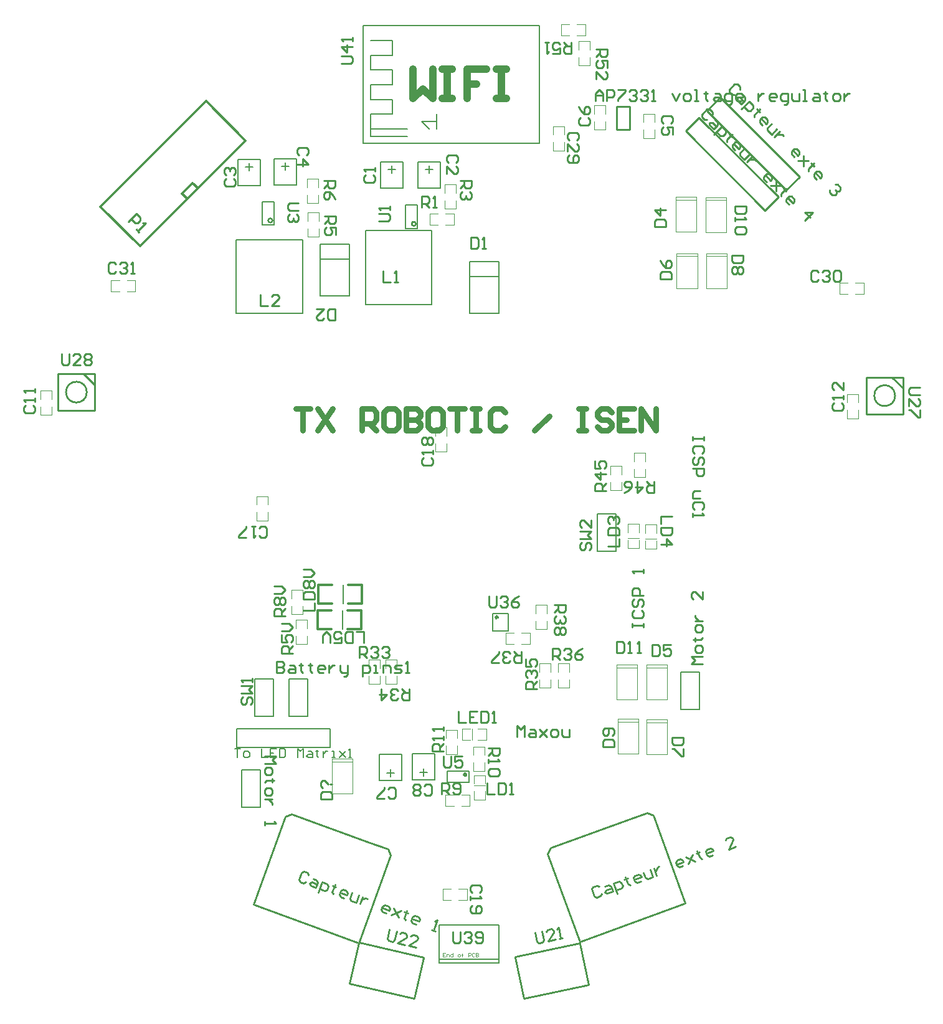
<source format=gto>
%FSLAX24Y24*%
%MOIN*%
G70*
G01*
G75*
G04 Layer_Color=65535*
%ADD10R,0.0400X0.0500*%
%ADD11R,0.0800X0.0800*%
%ADD12R,0.0500X0.0400*%
%ADD13R,0.0394X0.0787*%
%ADD14R,0.0787X0.0394*%
%ADD15R,0.0433X0.0236*%
%ADD16R,0.0295X0.0118*%
%ADD17R,0.0870X0.0866*%
%ADD18R,0.1335X0.0772*%
%ADD19R,0.0787X0.1378*%
%ADD20R,0.0800X0.0800*%
%ADD21R,0.0394X0.0217*%
G04:AMPARAMS|DCode=22|XSize=90.6mil|YSize=295.3mil|CornerRadius=0mil|HoleSize=0mil|Usage=FLASHONLY|Rotation=167.000|XOffset=0mil|YOffset=0mil|HoleType=Round|Shape=Rectangle|*
%AMROTATEDRECTD22*
4,1,4,0.0773,0.1337,0.0109,-0.1540,-0.0773,-0.1337,-0.0109,0.1540,0.0773,0.1337,0.0*
%
%ADD22ROTATEDRECTD22*%

G04:AMPARAMS|DCode=23|XSize=90.6mil|YSize=295.3mil|CornerRadius=0mil|HoleSize=0mil|Usage=FLASHONLY|Rotation=192.000|XOffset=0mil|YOffset=0mil|HoleType=Round|Shape=Rectangle|*
%AMROTATEDRECTD23*
4,1,4,0.0136,0.1538,0.0750,-0.1350,-0.0136,-0.1538,-0.0750,0.1350,0.0136,0.1538,0.0*
%
%ADD23ROTATEDRECTD23*%

%ADD24R,0.0354X0.0591*%
%ADD25R,0.0236X0.0433*%
%ADD26R,0.0453X0.0591*%
%ADD27R,0.0157X0.0591*%
%ADD28C,0.0250*%
%ADD29C,0.0315*%
%ADD30C,0.0200*%
%ADD31C,0.0120*%
%ADD32C,0.0100*%
%ADD33C,0.0157*%
%ADD34C,0.0500*%
%ADD35C,0.0394*%
%ADD36C,0.0197*%
%ADD37C,0.0238*%
%ADD38C,0.0217*%
%ADD39C,0.0161*%
%ADD40C,0.0150*%
%ADD41C,0.0700*%
%ADD42C,0.0551*%
G04:AMPARAMS|DCode=43|XSize=99.4mil|YSize=60mil|CornerRadius=0mil|HoleSize=0mil|Usage=FLASHONLY|Rotation=45.000|XOffset=0mil|YOffset=0mil|HoleType=Round|Shape=Round|*
%AMOVALD43*
21,1,0.0394,0.0600,0.0000,0.0000,45.0*
1,1,0.0600,-0.0139,-0.0139*
1,1,0.0600,0.0139,0.0139*
%
%ADD43OVALD43*%

G04:AMPARAMS|DCode=44|XSize=99.4mil|YSize=60mil|CornerRadius=0mil|HoleSize=0mil|Usage=FLASHONLY|Rotation=45.000|XOffset=0mil|YOffset=0mil|HoleType=Round|Shape=Rectangle|*
%AMROTATEDRECTD44*
4,1,4,-0.0139,-0.0563,-0.0563,-0.0139,0.0139,0.0563,0.0563,0.0139,-0.0139,-0.0563,0.0*
%
%ADD44ROTATEDRECTD44*%

%ADD45C,0.0600*%
%ADD46C,0.0591*%
%ADD47R,0.0591X0.0591*%
%ADD48R,0.0591X0.0591*%
G04:AMPARAMS|DCode=49|XSize=60mil|YSize=99.4mil|CornerRadius=0mil|HoleSize=0mil|Usage=FLASHONLY|Rotation=20.000|XOffset=0mil|YOffset=0mil|HoleType=Round|Shape=Round|*
%AMOVALD49*
21,1,0.0394,0.0600,0.0000,0.0000,110.0*
1,1,0.0600,0.0067,-0.0185*
1,1,0.0600,-0.0067,0.0185*
%
%ADD49OVALD49*%

G04:AMPARAMS|DCode=50|XSize=60mil|YSize=99.4mil|CornerRadius=0mil|HoleSize=0mil|Usage=FLASHONLY|Rotation=340.000|XOffset=0mil|YOffset=0mil|HoleType=Round|Shape=Round|*
%AMOVALD50*
21,1,0.0394,0.0600,0.0000,0.0000,70.0*
1,1,0.0600,-0.0067,-0.0185*
1,1,0.0600,0.0067,0.0185*
%
%ADD50OVALD50*%

G04:AMPARAMS|DCode=51|XSize=86.6mil|YSize=63mil|CornerRadius=15.7mil|HoleSize=0mil|Usage=FLASHONLY|Rotation=90.000|XOffset=0mil|YOffset=0mil|HoleType=Round|Shape=RoundedRectangle|*
%AMROUNDEDRECTD51*
21,1,0.0866,0.0315,0,0,90.0*
21,1,0.0551,0.0630,0,0,90.0*
1,1,0.0315,0.0157,0.0276*
1,1,0.0315,0.0157,-0.0276*
1,1,0.0315,-0.0157,-0.0276*
1,1,0.0315,-0.0157,0.0276*
%
%ADD51ROUNDEDRECTD51*%
%ADD52C,0.1654*%
%ADD53C,0.0500*%
%ADD54R,0.0591X0.0354*%
%ADD55R,0.0315X0.0354*%
%ADD56R,0.2165X0.0787*%
%ADD57R,0.0866X0.0870*%
%ADD58R,0.0787X0.2165*%
%ADD59O,0.0217X0.0650*%
%ADD60O,0.0650X0.0217*%
%ADD61O,0.0118X0.0709*%
%ADD62O,0.0709X0.0118*%
%ADD63C,0.0120*%
%ADD64C,0.0080*%
%ADD65C,0.0020*%
%ADD66C,0.0079*%
%ADD67C,0.0039*%
%ADD68C,0.0020*%
%ADD69C,0.0061*%
G54D29*
X-9304Y3763D02*
X-8517D01*
X-8911D01*
Y2582D01*
X-8124Y3763D02*
X-7336Y2582D01*
Y3763D02*
X-8124Y2582D01*
X-5762D02*
Y3763D01*
X-5172D01*
X-4975Y3566D01*
Y3172D01*
X-5172Y2976D01*
X-5762D01*
X-5369D02*
X-4975Y2582D01*
X-3991Y3763D02*
X-4385D01*
X-4581Y3566D01*
Y2779D01*
X-4385Y2582D01*
X-3991D01*
X-3794Y2779D01*
Y3566D01*
X-3991Y3763D01*
X-3401D02*
Y2582D01*
X-2810D01*
X-2614Y2779D01*
Y2976D01*
X-2810Y3172D01*
X-3401D01*
X-2810D01*
X-2614Y3369D01*
Y3566D01*
X-2810Y3763D01*
X-3401D01*
X-1630D02*
X-2023D01*
X-2220Y3566D01*
Y2779D01*
X-2023Y2582D01*
X-1630D01*
X-1433Y2779D01*
Y3566D01*
X-1630Y3763D01*
X-1039D02*
X-252D01*
X-646D01*
Y2582D01*
X141Y3763D02*
X535D01*
X338D01*
Y2582D01*
X141D01*
X535D01*
X1913Y3566D02*
X1716Y3763D01*
X1322D01*
X1125Y3566D01*
Y2779D01*
X1322Y2582D01*
X1716D01*
X1913Y2779D01*
X3487Y2582D02*
X4274Y3369D01*
X5848Y3763D02*
X6242D01*
X6045D01*
Y2582D01*
X5848D01*
X6242D01*
X7619Y3566D02*
X7423Y3763D01*
X7029D01*
X6832Y3566D01*
Y3369D01*
X7029Y3172D01*
X7423D01*
X7619Y2976D01*
Y2779D01*
X7423Y2582D01*
X7029D01*
X6832Y2779D01*
X8800Y3763D02*
X8013D01*
Y2582D01*
X8800D01*
X8013Y3172D02*
X8406D01*
X9194Y2582D02*
Y3763D01*
X9981Y2582D01*
Y3763D01*
G54D31*
X-8091Y-6658D02*
Y-5658D01*
X-5741Y-6658D02*
Y-5658D01*
X-8091Y-6658D02*
X-7341D01*
X-8091Y-5658D02*
X-7341D01*
X-6491D02*
X-5741D01*
X-6491Y-6658D02*
X-5741D01*
X-8133Y-8039D02*
Y-7039D01*
X-5783Y-8039D02*
Y-7039D01*
X-8133Y-8039D02*
X-7383D01*
X-8133Y-7039D02*
X-7383D01*
X-6533D02*
X-5783D01*
X-6533Y-8039D02*
X-5783D01*
X-14101Y20224D02*
X-11979Y18102D01*
X-19758Y14567D02*
X-14101Y20224D01*
X-17636Y12446D02*
X-11979Y18102D01*
X-14808Y15840D02*
X-14525Y15557D01*
X-15374Y15274D02*
X-14808Y15840D01*
X-15374Y15274D02*
X-15091Y14991D01*
X-19758Y14567D02*
X-17636Y12446D01*
G54D32*
X1536Y-7410D02*
G03*
X1528Y-7445I-79J0D01*
G01*
X-2868Y13653D02*
G03*
X-2868Y13653I-112J0D01*
G01*
X-10542Y13832D02*
G03*
X-10542Y13832I-112J0D01*
G01*
X22781Y4455D02*
G03*
X22781Y4455I-557J0D01*
G01*
X-20477Y4642D02*
G03*
X-20477Y4642I-557J0D01*
G01*
X-161Y-15829D02*
G03*
X-161Y-15829I-71J0D01*
G01*
X12288Y19321D02*
X16531Y15078D01*
X11581Y18614D02*
X15823Y14371D01*
X16531Y15078D01*
X11581Y18614D02*
X12288Y19321D01*
X7894Y18699D02*
Y19920D01*
X8563Y18699D02*
Y19920D01*
X7894Y18699D02*
X8563D01*
X7894Y19920D02*
X8563D01*
X-5897Y-24796D02*
X-2444Y-25593D01*
X-6410Y-27021D02*
X-5906Y-24835D01*
X-6410Y-27021D02*
X-2958Y-27818D01*
X-2453Y-25632D01*
X2429Y-25569D02*
X5895Y-24833D01*
X2438Y-25608D02*
X2904Y-27803D01*
X6370Y-27066D01*
X5903Y-24871D02*
X6370Y-27066D01*
X21240Y3470D02*
Y5439D01*
X23209D01*
Y3470D02*
Y5439D01*
X21240Y3470D02*
X23209D01*
X22618Y5439D02*
X23209Y4848D01*
X-22018Y3657D02*
Y5626D01*
X-20049D01*
Y3657D02*
Y5626D01*
X-22018Y3657D02*
X-20049D01*
X-20640Y5626D02*
X-20049Y5035D01*
X5901Y-24769D02*
X11539Y-22717D01*
X4191Y-20070D02*
X5901Y-24769D01*
X4191Y-20070D02*
X4340Y-19750D01*
X9509Y-17869D02*
X9829Y-18018D01*
X8569Y-18211D02*
X9509Y-17869D01*
X4340Y-19750D02*
X8569Y-18211D01*
X9829Y-18018D02*
X11539Y-22717D01*
X-11567Y-22780D02*
X-5929Y-24832D01*
X-11567Y-22780D02*
X-9857Y-18082D01*
X-9537Y-17932D01*
X-4368Y-19813D02*
X-4219Y-20134D01*
X-5308Y-19471D02*
X-4368Y-19813D01*
X-9537Y-17932D02*
X-5308Y-19471D01*
X-5929Y-24832D02*
X-4219Y-20134D01*
X12714Y19709D02*
X13421Y20416D01*
X16956Y15467D02*
X17663Y16174D01*
X12714Y19709D02*
X16956Y15467D01*
X13421Y20416D02*
X17663Y16174D01*
X6006Y-3395D02*
X5906Y-3495D01*
Y-3695D01*
X6006Y-3795D01*
X6106D01*
X6205Y-3695D01*
Y-3495D01*
X6305Y-3395D01*
X6405D01*
X6505Y-3495D01*
Y-3695D01*
X6405Y-3795D01*
X5906Y-3195D02*
X6505D01*
X6305Y-2995D01*
X6505Y-2796D01*
X5906D01*
X6505Y-2196D02*
Y-2596D01*
X6106Y-2196D01*
X6006D01*
X5906Y-2296D01*
Y-2496D01*
X6006Y-2596D01*
X-9856Y-7329D02*
X-10455D01*
Y-7029D01*
X-10355Y-6929D01*
X-10155D01*
X-10055Y-7029D01*
Y-7329D01*
Y-7129D02*
X-9856Y-6929D01*
X-10355Y-6730D02*
X-10455Y-6630D01*
Y-6430D01*
X-10355Y-6330D01*
X-10255D01*
X-10155Y-6430D01*
X-10055Y-6330D01*
X-9955D01*
X-9856Y-6430D01*
Y-6630D01*
X-9955Y-6730D01*
X-10055D01*
X-10155Y-6630D01*
X-10255Y-6730D01*
X-10355D01*
X-10155Y-6630D02*
Y-6430D01*
X-10455Y-6130D02*
X-10055D01*
X-9856Y-5930D01*
X-10055Y-5730D01*
X-10455D01*
X-9463Y-9328D02*
X-10063D01*
Y-9028D01*
X-9963Y-8928D01*
X-9763D01*
X-9663Y-9028D01*
Y-9328D01*
Y-9128D02*
X-9463Y-8928D01*
X-10063Y-8329D02*
Y-8729D01*
X-9763D01*
X-9863Y-8529D01*
Y-8429D01*
X-9763Y-8329D01*
X-9563D01*
X-9463Y-8429D01*
Y-8629D01*
X-9563Y-8729D01*
X-10063Y-8129D02*
X-9663D01*
X-9463Y-7929D01*
X-9663Y-7729D01*
X-10063D01*
X-8885Y-7044D02*
X-8285D01*
Y-6644D01*
X-8885Y-6444D02*
X-8285D01*
Y-6144D01*
X-8385Y-6044D01*
X-8785D01*
X-8885Y-6144D01*
Y-6444D01*
X-8785Y-5844D02*
X-8885Y-5744D01*
Y-5544D01*
X-8785Y-5444D01*
X-8685D01*
X-8585Y-5544D01*
X-8485Y-5444D01*
X-8385D01*
X-8285Y-5544D01*
Y-5744D01*
X-8385Y-5844D01*
X-8485D01*
X-8585Y-5744D01*
X-8685Y-5844D01*
X-8785D01*
X-8585Y-5744D02*
Y-5544D01*
X-8885Y-5244D02*
X-8485D01*
X-8285Y-5044D01*
X-8485Y-4844D01*
X-8885D01*
X-5661Y-8786D02*
Y-8186D01*
X-6061D01*
X-6261Y-8786D02*
Y-8186D01*
X-6561D01*
X-6661Y-8286D01*
Y-8686D01*
X-6561Y-8786D01*
X-6261D01*
X-7261D02*
X-6861D01*
Y-8486D01*
X-7061Y-8586D01*
X-7161D01*
X-7261Y-8486D01*
Y-8286D01*
X-7161Y-8186D01*
X-6961D01*
X-6861Y-8286D01*
X-7460Y-8786D02*
Y-8386D01*
X-7660Y-8186D01*
X-7860Y-8386D01*
Y-8786D01*
X-6850Y22228D02*
X-6350D01*
X-6250Y22328D01*
Y22528D01*
X-6350Y22628D01*
X-6850D01*
X-6250Y23127D02*
X-6850D01*
X-6550Y22828D01*
Y23227D01*
X-6250Y23427D02*
Y23627D01*
Y23527D01*
X-6850D01*
X-6750Y23427D01*
X13002Y19496D02*
Y19638D01*
X12861Y19779D01*
X12719D01*
X12436Y19496D01*
Y19355D01*
X12578Y19214D01*
X12719D01*
X13143D02*
X13285Y19072D01*
Y18931D01*
X13073Y18719D01*
X12861Y18931D01*
Y19072D01*
X13002Y19072D01*
X13214Y18860D01*
X13073Y18436D02*
X13497Y18860D01*
X13709Y18648D01*
Y18507D01*
X13567Y18365D01*
X13426D01*
X13214Y18577D01*
X14062Y18436D02*
X13992Y18365D01*
X13921Y18436D01*
X14062Y18295D01*
X13992Y18365D01*
X13779Y18153D01*
X13779Y18012D01*
X14204Y17588D02*
X14062Y17729D01*
Y17870D01*
X14204Y18012D01*
X14345D01*
X14486Y17870D01*
Y17729D01*
X14416Y17658D01*
X14133Y17941D01*
X14698Y17658D02*
X14486Y17446D01*
Y17305D01*
X14698Y17093D01*
X14981Y17376D01*
X15123Y17234D02*
X14840Y16952D01*
X14981Y17093D01*
X15123D01*
X15264Y17093D01*
X15335Y17022D01*
X15900Y15891D02*
X15759Y16033D01*
Y16174D01*
X15900Y16315D01*
X16042D01*
X16183Y16174D01*
Y16033D01*
X16112Y15962D01*
X15829Y16245D01*
X16395Y15962D02*
Y15396D01*
Y15679D01*
X16678D01*
X16112D01*
X16960Y15538D02*
X16890Y15467D01*
X16819Y15538D01*
X16960Y15396D01*
X16890Y15467D01*
X16678Y15255D01*
X16678Y15114D01*
X17102Y14690D02*
X16960Y14831D01*
Y14972D01*
X17102Y15114D01*
X17243D01*
X17385Y14972D01*
Y14831D01*
X17314Y14760D01*
X17031Y15043D01*
X17950Y13841D02*
X18374Y14265D01*
X17950D01*
X18233Y13983D01*
X6744Y20211D02*
Y20611D01*
X6943Y20811D01*
X7143Y20611D01*
Y20211D01*
Y20511D01*
X6744D01*
X7343Y20211D02*
Y20811D01*
X7643D01*
X7743Y20711D01*
Y20511D01*
X7643Y20411D01*
X7343D01*
X7943Y20811D02*
X8343D01*
Y20711D01*
X7943Y20311D01*
Y20211D01*
X8543Y20711D02*
X8643Y20811D01*
X8843D01*
X8943Y20711D01*
Y20611D01*
X8843Y20511D01*
X8743D01*
X8843D01*
X8943Y20411D01*
Y20311D01*
X8843Y20211D01*
X8643D01*
X8543Y20311D01*
X9143Y20711D02*
X9243Y20811D01*
X9443D01*
X9543Y20711D01*
Y20611D01*
X9443Y20511D01*
X9343D01*
X9443D01*
X9543Y20411D01*
Y20311D01*
X9443Y20211D01*
X9243D01*
X9143Y20311D01*
X9743Y20211D02*
X9942D01*
X9843D01*
Y20811D01*
X9743Y20711D01*
X10842Y20611D02*
X11042Y20211D01*
X11242Y20611D01*
X11542Y20211D02*
X11742D01*
X11842Y20311D01*
Y20511D01*
X11742Y20611D01*
X11542D01*
X11442Y20511D01*
Y20311D01*
X11542Y20211D01*
X12042D02*
X12242D01*
X12142D01*
Y20811D01*
X12042D01*
X12642Y20711D02*
Y20611D01*
X12542D01*
X12742D01*
X12642D01*
Y20311D01*
X12742Y20211D01*
X13141Y20611D02*
X13341D01*
X13441Y20511D01*
Y20211D01*
X13141D01*
X13041Y20311D01*
X13141Y20411D01*
X13441D01*
X13841Y20011D02*
X13941D01*
X14041Y20111D01*
Y20611D01*
X13741D01*
X13641Y20511D01*
Y20311D01*
X13741Y20211D01*
X14041D01*
X14541D02*
X14341D01*
X14241Y20311D01*
Y20511D01*
X14341Y20611D01*
X14541D01*
X14641Y20511D01*
Y20411D01*
X14241D01*
X15441Y20611D02*
Y20211D01*
Y20411D01*
X15541Y20511D01*
X15641Y20611D01*
X15741D01*
X16340Y20211D02*
X16140D01*
X16041Y20311D01*
Y20511D01*
X16140Y20611D01*
X16340D01*
X16440Y20511D01*
Y20411D01*
X16041D01*
X16840Y20011D02*
X16940D01*
X17040Y20111D01*
Y20611D01*
X16740D01*
X16640Y20511D01*
Y20311D01*
X16740Y20211D01*
X17040D01*
X17240Y20611D02*
Y20311D01*
X17340Y20211D01*
X17640D01*
Y20611D01*
X17840Y20211D02*
X18040D01*
X17940D01*
Y20811D01*
X17840D01*
X18440Y20611D02*
X18640D01*
X18740Y20511D01*
Y20211D01*
X18440D01*
X18340Y20311D01*
X18440Y20411D01*
X18740D01*
X19040Y20711D02*
Y20611D01*
X18940D01*
X19139D01*
X19040D01*
Y20311D01*
X19139Y20211D01*
X19539D02*
X19739D01*
X19839Y20311D01*
Y20511D01*
X19739Y20611D01*
X19539D01*
X19439Y20511D01*
Y20311D01*
X19539Y20211D01*
X20039Y20611D02*
Y20211D01*
Y20411D01*
X20139Y20511D01*
X20239Y20611D01*
X20339D01*
X5948Y19335D02*
X5848Y19235D01*
Y19035D01*
X5948Y18935D01*
X6348D01*
X6448Y19035D01*
Y19235D01*
X6348Y19335D01*
X5848Y19935D02*
X5948Y19735D01*
X6148Y19535D01*
X6348D01*
X6448Y19635D01*
Y19835D01*
X6348Y19935D01*
X6248D01*
X6148Y19835D01*
Y19535D01*
X10775Y19035D02*
X10875Y19135D01*
Y19335D01*
X10775Y19435D01*
X10375D01*
X10275Y19335D01*
Y19135D01*
X10375Y19035D01*
X10875Y18436D02*
Y18835D01*
X10575D01*
X10675Y18635D01*
Y18536D01*
X10575Y18436D01*
X10375D01*
X10275Y18536D01*
Y18735D01*
X10375Y18835D01*
X4539Y-6726D02*
X5139D01*
Y-7026D01*
X5039Y-7126D01*
X4839D01*
X4739Y-7026D01*
Y-6726D01*
Y-6926D02*
X4539Y-7126D01*
X5039Y-7326D02*
X5139Y-7426D01*
Y-7626D01*
X5039Y-7726D01*
X4939D01*
X4839Y-7626D01*
Y-7526D01*
Y-7626D01*
X4739Y-7726D01*
X4639D01*
X4539Y-7626D01*
Y-7426D01*
X4639Y-7326D01*
X5039Y-7926D02*
X5139Y-8026D01*
Y-8226D01*
X5039Y-8326D01*
X4939D01*
X4839Y-8226D01*
X4739Y-8326D01*
X4639D01*
X4539Y-8226D01*
Y-8026D01*
X4639Y-7926D01*
X4739D01*
X4839Y-8026D01*
X4939Y-7926D01*
X5039D01*
X4839Y-8026D02*
Y-8226D01*
X2783Y-9233D02*
Y-9833D01*
X2483D01*
X2383Y-9733D01*
Y-9533D01*
X2483Y-9433D01*
X2783D01*
X2583D02*
X2383Y-9233D01*
X2183Y-9733D02*
X2083Y-9833D01*
X1883D01*
X1783Y-9733D01*
Y-9633D01*
X1883Y-9533D01*
X1983D01*
X1883D01*
X1783Y-9433D01*
Y-9333D01*
X1883Y-9233D01*
X2083D01*
X2183Y-9333D01*
X1583Y-9833D02*
X1183D01*
Y-9733D01*
X1583Y-9333D01*
Y-9233D01*
X4434Y-9672D02*
Y-9072D01*
X4734D01*
X4834Y-9172D01*
Y-9372D01*
X4734Y-9472D01*
X4434D01*
X4634D02*
X4834Y-9672D01*
X5034Y-9172D02*
X5134Y-9072D01*
X5334D01*
X5434Y-9172D01*
Y-9272D01*
X5334Y-9372D01*
X5234D01*
X5334D01*
X5434Y-9472D01*
Y-9572D01*
X5334Y-9672D01*
X5134D01*
X5034Y-9572D01*
X6034Y-9072D02*
X5834Y-9172D01*
X5634Y-9372D01*
Y-9572D01*
X5734Y-9672D01*
X5934D01*
X6034Y-9572D01*
Y-9472D01*
X5934Y-9372D01*
X5634D01*
X3615Y-11226D02*
X3016D01*
Y-10926D01*
X3116Y-10826D01*
X3315D01*
X3415Y-10926D01*
Y-11226D01*
Y-11026D02*
X3615Y-10826D01*
X3116Y-10626D02*
X3016Y-10526D01*
Y-10326D01*
X3116Y-10226D01*
X3215D01*
X3315Y-10326D01*
Y-10426D01*
Y-10326D01*
X3415Y-10226D01*
X3515D01*
X3615Y-10326D01*
Y-10526D01*
X3515Y-10626D01*
X3016Y-9626D02*
Y-10026D01*
X3315D01*
X3215Y-9826D01*
Y-9726D01*
X3315Y-9626D01*
X3515D01*
X3615Y-9726D01*
Y-9926D01*
X3515Y-10026D01*
X-3226Y-11225D02*
Y-11825D01*
X-3526D01*
X-3626Y-11725D01*
Y-11525D01*
X-3526Y-11425D01*
X-3226D01*
X-3426D02*
X-3626Y-11225D01*
X-3826Y-11725D02*
X-3926Y-11825D01*
X-4126D01*
X-4226Y-11725D01*
Y-11625D01*
X-4126Y-11525D01*
X-4026D01*
X-4126D01*
X-4226Y-11425D01*
Y-11325D01*
X-4126Y-11225D01*
X-3926D01*
X-3826Y-11325D01*
X-4726Y-11225D02*
Y-11825D01*
X-4426Y-11525D01*
X-4826D01*
X-5879Y-9558D02*
Y-8958D01*
X-5579D01*
X-5479Y-9058D01*
Y-9258D01*
X-5579Y-9358D01*
X-5879D01*
X-5679D02*
X-5479Y-9558D01*
X-5279Y-9058D02*
X-5179Y-8958D01*
X-4979D01*
X-4879Y-9058D01*
Y-9158D01*
X-4979Y-9258D01*
X-5079D01*
X-4979D01*
X-4879Y-9358D01*
Y-9458D01*
X-4979Y-9558D01*
X-5179D01*
X-5279Y-9458D01*
X-4679Y-9058D02*
X-4579Y-8958D01*
X-4379D01*
X-4279Y-9058D01*
Y-9158D01*
X-4379Y-9258D01*
X-4479D01*
X-4379D01*
X-4279Y-9358D01*
Y-9458D01*
X-4379Y-9558D01*
X-4579D01*
X-4679Y-9458D01*
X1029Y-6271D02*
Y-6771D01*
X1129Y-6871D01*
X1329D01*
X1429Y-6771D01*
Y-6271D01*
X1629Y-6371D02*
X1729Y-6271D01*
X1929D01*
X2029Y-6371D01*
Y-6471D01*
X1929Y-6571D01*
X1829D01*
X1929D01*
X2029Y-6671D01*
Y-6771D01*
X1929Y-6871D01*
X1729D01*
X1629Y-6771D01*
X2629Y-6271D02*
X2429Y-6371D01*
X2229Y-6571D01*
Y-6771D01*
X2329Y-6871D01*
X2529D01*
X2629Y-6771D01*
Y-6671D01*
X2529Y-6571D01*
X2229D01*
X-9139Y14767D02*
X-9638D01*
X-9738Y14668D01*
Y14468D01*
X-9638Y14368D01*
X-9139D01*
X-9239Y14168D02*
X-9139Y14068D01*
Y13868D01*
X-9239Y13768D01*
X-9338D01*
X-9438Y13868D01*
Y13968D01*
Y13868D01*
X-9538Y13768D01*
X-9638D01*
X-9738Y13868D01*
Y14068D01*
X-9638Y14168D01*
X-4851Y13803D02*
X-4351D01*
X-4251Y13903D01*
Y14103D01*
X-4351Y14203D01*
X-4851D01*
X-4251Y14403D02*
Y14603D01*
Y14503D01*
X-4851D01*
X-4751Y14403D01*
X-12122Y-11677D02*
X-12222Y-11777D01*
Y-11977D01*
X-12122Y-12077D01*
X-12022D01*
X-11922Y-11977D01*
Y-11777D01*
X-11822Y-11677D01*
X-11722D01*
X-11622Y-11777D01*
Y-11977D01*
X-11722Y-12077D01*
X-12222Y-11477D02*
X-11622D01*
X-11822Y-11277D01*
X-11622Y-11077D01*
X-12222D01*
X-11622Y-10878D02*
Y-10678D01*
Y-10778D01*
X-12222D01*
X-12122Y-10878D01*
X-7784Y15954D02*
X-7184D01*
Y15654D01*
X-7284Y15554D01*
X-7484D01*
X-7584Y15654D01*
Y15954D01*
Y15754D02*
X-7784Y15554D01*
X-7184Y14954D02*
X-7284Y15154D01*
X-7484Y15354D01*
X-7684D01*
X-7784Y15254D01*
Y15054D01*
X-7684Y14954D01*
X-7584D01*
X-7484Y15054D01*
Y15354D01*
X-7769Y14049D02*
X-7169D01*
Y13749D01*
X-7269Y13649D01*
X-7469D01*
X-7569Y13749D01*
Y14049D01*
Y13849D02*
X-7769Y13649D01*
X-7169Y13049D02*
Y13449D01*
X-7469D01*
X-7369Y13249D01*
Y13149D01*
X-7469Y13049D01*
X-7669D01*
X-7769Y13149D01*
Y13349D01*
X-7669Y13449D01*
X-485Y15963D02*
X115D01*
Y15663D01*
X15Y15563D01*
X-185D01*
X-285Y15663D01*
Y15963D01*
Y15763D02*
X-485Y15563D01*
X15Y15363D02*
X115Y15263D01*
Y15063D01*
X15Y14963D01*
X-85D01*
X-185Y15063D01*
Y15163D01*
Y15063D01*
X-285Y14963D01*
X-385D01*
X-485Y15063D01*
Y15263D01*
X-385Y15363D01*
X-2556Y14517D02*
Y15117D01*
X-2256D01*
X-2156Y15017D01*
Y14817D01*
X-2256Y14717D01*
X-2556D01*
X-2356D02*
X-2156Y14517D01*
X-1956D02*
X-1756D01*
X-1856D01*
Y15117D01*
X-1956Y15017D01*
X12463Y-9923D02*
X11863D01*
X12063Y-9723D01*
X11863Y-9523D01*
X12463D01*
Y-9223D02*
Y-9023D01*
X12363Y-8923D01*
X12163D01*
X12063Y-9023D01*
Y-9223D01*
X12163Y-9323D01*
X12363D01*
X12463Y-9223D01*
X11963Y-8623D02*
X12063D01*
Y-8723D01*
Y-8523D01*
Y-8623D01*
X12363D01*
X12463Y-8523D01*
Y-8123D02*
Y-7923D01*
X12363Y-7823D01*
X12163D01*
X12063Y-7923D01*
Y-8123D01*
X12163Y-8223D01*
X12363D01*
X12463Y-8123D01*
X12063Y-7623D02*
X12463D01*
X12263D01*
X12163Y-7523D01*
X12063Y-7423D01*
Y-7323D01*
X12463Y-6024D02*
Y-6424D01*
X12063Y-6024D01*
X11963D01*
X11863Y-6124D01*
Y-6324D01*
X11963Y-6424D01*
X-10962Y-14844D02*
X-10362D01*
X-10562Y-15044D01*
X-10362Y-15244D01*
X-10962D01*
Y-15543D02*
Y-15743D01*
X-10862Y-15843D01*
X-10662D01*
X-10562Y-15743D01*
Y-15543D01*
X-10662Y-15444D01*
X-10862D01*
X-10962Y-15543D01*
X-10462Y-16143D02*
X-10562D01*
Y-16043D01*
Y-16243D01*
Y-16143D01*
X-10862D01*
X-10962Y-16243D01*
Y-16643D02*
Y-16843D01*
X-10862Y-16943D01*
X-10662D01*
X-10562Y-16843D01*
Y-16643D01*
X-10662Y-16543D01*
X-10862D01*
X-10962Y-16643D01*
X-10562Y-17143D02*
X-10962D01*
X-10762D01*
X-10662Y-17243D01*
X-10562Y-17343D01*
Y-17443D01*
X-10962Y-18343D02*
Y-18542D01*
Y-18443D01*
X-10362D01*
X-10462Y-18343D01*
X-11191Y9855D02*
Y9255D01*
X-10791D01*
X-10191D02*
X-10591D01*
X-10191Y9655D01*
Y9755D01*
X-10291Y9855D01*
X-10491D01*
X-10591Y9755D01*
X-4638Y11116D02*
Y10516D01*
X-4238D01*
X-4038D02*
X-3838D01*
X-3938D01*
Y11116D01*
X-4038Y11016D01*
X-7951Y-17144D02*
X-7351D01*
Y-16844D01*
X-7451Y-16744D01*
X-7851D01*
X-7951Y-16844D01*
Y-17144D01*
X-7851Y-16544D02*
X-7951Y-16445D01*
Y-16245D01*
X-7851Y-16145D01*
X-7751D01*
X-7551Y-16345D01*
X-7451D02*
X-7351D01*
X7890Y-8706D02*
Y-9306D01*
X8190D01*
X8290Y-9206D01*
Y-8806D01*
X8190Y-8706D01*
X7890D01*
X8490Y-9306D02*
X8690D01*
X8590D01*
Y-8706D01*
X8490Y-8806D01*
X8990Y-9306D02*
X9190D01*
X9090D01*
Y-8706D01*
X8990Y-8806D01*
X14803Y14587D02*
X14204D01*
Y14287D01*
X14304Y14187D01*
X14703D01*
X14803Y14287D01*
Y14587D01*
X14204Y13987D02*
Y13787D01*
Y13887D01*
X14803D01*
X14703Y13987D01*
Y13487D02*
X14803Y13387D01*
Y13187D01*
X14703Y13087D01*
X14304D01*
X14204Y13187D01*
Y13387D01*
X14304Y13487D01*
X14703D01*
X7153Y-14333D02*
X7753D01*
Y-14033D01*
X7653Y-13933D01*
X7253D01*
X7153Y-14033D01*
Y-14333D01*
X7653Y-13733D02*
X7753Y-13633D01*
Y-13433D01*
X7653Y-13333D01*
X7253D01*
X7153Y-13433D01*
Y-13633D01*
X7253Y-13733D01*
X7353D01*
X7453Y-13633D01*
Y-13333D01*
X14635Y11944D02*
X14035D01*
Y11644D01*
X14135Y11544D01*
X14535D01*
X14635Y11644D01*
Y11944D01*
X14535Y11344D02*
X14635Y11244D01*
Y11044D01*
X14535Y10944D01*
X14435D01*
X14335Y11044D01*
X14235Y10944D01*
X14135D01*
X14035Y11044D01*
Y11244D01*
X14135Y11344D01*
X14235D01*
X14335Y11244D01*
X14435Y11344D01*
X14535D01*
X14335Y11244D02*
Y11044D01*
X11453Y-13825D02*
X10854D01*
Y-14125D01*
X10954Y-14225D01*
X11353D01*
X11453Y-14125D01*
Y-13825D01*
Y-14425D02*
Y-14824D01*
X11353D01*
X10954Y-14425D01*
X10854D01*
X10221Y10692D02*
X10821D01*
Y10992D01*
X10721Y11092D01*
X10321D01*
X10221Y10992D01*
Y10692D01*
Y11691D02*
X10321Y11491D01*
X10521Y11292D01*
X10721D01*
X10821Y11392D01*
Y11591D01*
X10721Y11691D01*
X10621D01*
X10521Y11591D01*
Y11292D01*
X9767Y-8861D02*
Y-9461D01*
X10066D01*
X10166Y-9361D01*
Y-8961D01*
X10066Y-8861D01*
X9767D01*
X10766D02*
X10366D01*
Y-9161D01*
X10566Y-9061D01*
X10666D01*
X10766Y-9161D01*
Y-9361D01*
X10666Y-9461D01*
X10466D01*
X10366Y-9361D01*
X9922Y13484D02*
X10522D01*
Y13784D01*
X10422Y13884D01*
X10022D01*
X9922Y13784D01*
Y13484D01*
X10522Y14384D02*
X9922D01*
X10222Y14084D01*
Y14484D01*
X-7195Y8488D02*
Y9088D01*
X-7495D01*
X-7595Y8988D01*
Y8588D01*
X-7495Y8488D01*
X-7195D01*
X-8195Y9088D02*
X-7795D01*
X-8195Y8688D01*
Y8588D01*
X-8095Y8488D01*
X-7895D01*
X-7795Y8588D01*
X65Y12929D02*
Y12329D01*
X365D01*
X465Y12429D01*
Y12829D01*
X365Y12929D01*
X65D01*
X665Y12329D02*
X865D01*
X765D01*
Y12929D01*
X665Y12829D01*
X-2471Y1138D02*
X-2571Y1038D01*
Y838D01*
X-2471Y738D01*
X-2071D01*
X-1971Y838D01*
Y1038D01*
X-2071Y1138D01*
X-1971Y1338D02*
Y1538D01*
Y1438D01*
X-2571D01*
X-2471Y1338D01*
Y1838D02*
X-2571Y1938D01*
Y2138D01*
X-2471Y2238D01*
X-2371D01*
X-2271Y2138D01*
X-2171Y2238D01*
X-2071D01*
X-1971Y2138D01*
Y1938D01*
X-2071Y1838D01*
X-2171D01*
X-2271Y1938D01*
X-2371Y1838D01*
X-2471D01*
X-2271Y1938D02*
Y2138D01*
X-11268Y-3041D02*
X-11168Y-3141D01*
X-10968D01*
X-10868Y-3041D01*
Y-2641D01*
X-10968Y-2541D01*
X-11168D01*
X-11268Y-2641D01*
X-11467Y-2541D02*
X-11667D01*
X-11567D01*
Y-3141D01*
X-11467Y-3041D01*
X-11967Y-3141D02*
X-12367D01*
Y-3041D01*
X-11967Y-2641D01*
Y-2541D01*
X-8727Y17313D02*
X-8627Y17413D01*
Y17613D01*
X-8727Y17713D01*
X-9127D01*
X-9227Y17613D01*
Y17413D01*
X-9127Y17313D01*
X-9227Y16813D02*
X-8627D01*
X-8927Y17113D01*
Y16714D01*
X-13036Y16046D02*
X-13136Y15946D01*
Y15746D01*
X-13036Y15646D01*
X-12636D01*
X-12536Y15746D01*
Y15946D01*
X-12636Y16046D01*
X-13036Y16246D02*
X-13136Y16346D01*
Y16546D01*
X-13036Y16646D01*
X-12936D01*
X-12836Y16546D01*
Y16446D01*
Y16546D01*
X-12736Y16646D01*
X-12636D01*
X-12536Y16546D01*
Y16346D01*
X-12636Y16246D01*
X-712Y16911D02*
X-612Y17011D01*
Y17211D01*
X-712Y17311D01*
X-1112D01*
X-1212Y17211D01*
Y17011D01*
X-1112Y16911D01*
X-1212Y16312D02*
Y16711D01*
X-812Y16312D01*
X-712D01*
X-612Y16411D01*
Y16611D01*
X-712Y16711D01*
X-5556Y16271D02*
X-5656Y16171D01*
Y15971D01*
X-5556Y15871D01*
X-5156D01*
X-5056Y15971D01*
Y16171D01*
X-5156Y16271D01*
X-5056Y16470D02*
Y16670D01*
Y16570D01*
X-5656D01*
X-5556Y16470D01*
X-10307Y-9759D02*
Y-10359D01*
X-10007D01*
X-9907Y-10259D01*
Y-10159D01*
X-10007Y-10059D01*
X-10307D01*
X-10007D01*
X-9907Y-9959D01*
Y-9859D01*
X-10007Y-9759D01*
X-10307D01*
X-9607Y-9959D02*
X-9407D01*
X-9307Y-10059D01*
Y-10359D01*
X-9607D01*
X-9707Y-10259D01*
X-9607Y-10159D01*
X-9307D01*
X-9008Y-9859D02*
Y-9959D01*
X-9107D01*
X-8908D01*
X-9008D01*
Y-10259D01*
X-8908Y-10359D01*
X-8508Y-9859D02*
Y-9959D01*
X-8608D01*
X-8408D01*
X-8508D01*
Y-10259D01*
X-8408Y-10359D01*
X-7808D02*
X-8008D01*
X-8108Y-10259D01*
Y-10059D01*
X-8008Y-9959D01*
X-7808D01*
X-7708Y-10059D01*
Y-10159D01*
X-8108D01*
X-7508Y-9959D02*
Y-10359D01*
Y-10159D01*
X-7408Y-10059D01*
X-7308Y-9959D01*
X-7208D01*
X-6908D02*
Y-10259D01*
X-6808Y-10359D01*
X-6508D01*
Y-10459D01*
X-6608Y-10559D01*
X-6708D01*
X-6508Y-10359D02*
Y-9959D01*
X-5709Y-10559D02*
Y-9959D01*
X-5409D01*
X-5309Y-10059D01*
Y-10259D01*
X-5409Y-10359D01*
X-5709D01*
X-5109D02*
X-4909D01*
X-5009D01*
Y-9959D01*
X-5109D01*
X-4609Y-10359D02*
Y-9959D01*
X-4309D01*
X-4209Y-10059D01*
Y-10359D01*
X-4009D02*
X-3709D01*
X-3609Y-10259D01*
X-3709Y-10159D01*
X-3909D01*
X-4009Y-10059D01*
X-3909Y-9959D01*
X-3609D01*
X-3409Y-10359D02*
X-3209D01*
X-3309D01*
Y-9759D01*
X-3409Y-9859D01*
X-4292Y-24116D02*
X-4404Y-24603D01*
X-4330Y-24723D01*
X-4135Y-24768D01*
X-4015Y-24693D01*
X-3902Y-24206D01*
X-3453Y-24926D02*
X-3843Y-24836D01*
X-3363Y-24536D01*
X-3340Y-24439D01*
X-3415Y-24319D01*
X-3610Y-24274D01*
X-3730Y-24349D01*
X-2868Y-25061D02*
X-3258Y-24971D01*
X-2779Y-24671D01*
X-2756Y-24574D01*
X-2831Y-24454D01*
X-3026Y-24409D01*
X-3146Y-24484D01*
X3498Y-24273D02*
X3602Y-24762D01*
X3721Y-24839D01*
X3916Y-24797D01*
X3993Y-24679D01*
X3889Y-24190D01*
X4601Y-24652D02*
X4210Y-24735D01*
X4518Y-24260D01*
X4497Y-24163D01*
X4378Y-24086D01*
X4183Y-24127D01*
X4106Y-24246D01*
X4796Y-24610D02*
X4992Y-24568D01*
X4894Y-24589D01*
X4769Y-24003D01*
X4692Y-24121D01*
X-21812Y6698D02*
Y6198D01*
X-21712Y6098D01*
X-21512D01*
X-21412Y6198D01*
Y6698D01*
X-20812Y6098D02*
X-21212D01*
X-20812Y6498D01*
Y6598D01*
X-20912Y6698D01*
X-21112D01*
X-21212Y6598D01*
X-20612D02*
X-20512Y6698D01*
X-20312D01*
X-20212Y6598D01*
Y6498D01*
X-20312Y6398D01*
X-20212Y6298D01*
Y6198D01*
X-20312Y6098D01*
X-20512D01*
X-20612Y6198D01*
Y6298D01*
X-20512Y6398D01*
X-20612Y6498D01*
Y6598D01*
X-20512Y6398D02*
X-20312D01*
X24110Y4895D02*
X23610D01*
X23510Y4796D01*
Y4596D01*
X23610Y4496D01*
X24110D01*
X23510Y3896D02*
Y4296D01*
X23910Y3896D01*
X24010D01*
X24110Y3996D01*
Y4196D01*
X24010Y4296D01*
X24110Y3696D02*
Y3296D01*
X24010D01*
X23610Y3696D01*
X23510D01*
X-1381Y-14841D02*
Y-15341D01*
X-1281Y-15441D01*
X-1081D01*
X-981Y-15341D01*
Y-14841D01*
X-381D02*
X-781D01*
Y-15141D01*
X-581Y-15041D01*
X-481D01*
X-381Y-15141D01*
Y-15341D01*
X-481Y-15441D01*
X-681D01*
X-781Y-15341D01*
X6779Y22977D02*
X7379D01*
Y22677D01*
X7279Y22577D01*
X7079D01*
X6979Y22677D01*
Y22977D01*
Y22777D02*
X6779Y22577D01*
X7379Y21978D02*
Y22378D01*
X7079D01*
X7179Y22178D01*
Y22078D01*
X7079Y21978D01*
X6879D01*
X6779Y22078D01*
Y22278D01*
X6879Y22378D01*
X6779Y21378D02*
Y21778D01*
X7179Y21378D01*
X7279D01*
X7379Y21478D01*
Y21678D01*
X7279Y21778D01*
X5444Y23368D02*
Y22768D01*
X5144D01*
X5044Y22868D01*
Y23068D01*
X5144Y23168D01*
X5444D01*
X5244D02*
X5044Y23368D01*
X4444Y22768D02*
X4844D01*
Y23068D01*
X4644Y22968D01*
X4544D01*
X4444Y23068D01*
Y23268D01*
X4544Y23368D01*
X4744D01*
X4844Y23268D01*
X4244Y23368D02*
X4044D01*
X4144D01*
Y22768D01*
X4244Y22868D01*
X-1381Y-14566D02*
X-1981D01*
Y-14266D01*
X-1881Y-14166D01*
X-1681D01*
X-1581Y-14266D01*
Y-14566D01*
Y-14366D02*
X-1381Y-14166D01*
Y-13966D02*
Y-13766D01*
Y-13866D01*
X-1981D01*
X-1881Y-13966D01*
X-1381Y-13466D02*
Y-13266D01*
Y-13366D01*
X-1981D01*
X-1881Y-13466D01*
X1024Y-14410D02*
X1624D01*
Y-14710D01*
X1524Y-14810D01*
X1324D01*
X1224Y-14710D01*
Y-14410D01*
Y-14610D02*
X1024Y-14810D01*
Y-15010D02*
Y-15210D01*
Y-15110D01*
X1624D01*
X1524Y-15010D01*
Y-15510D02*
X1624Y-15610D01*
Y-15810D01*
X1524Y-15910D01*
X1124D01*
X1024Y-15810D01*
Y-15610D01*
X1124Y-15510D01*
X1524D01*
X-1503Y-16871D02*
Y-16271D01*
X-1203D01*
X-1103Y-16371D01*
Y-16571D01*
X-1203Y-16671D01*
X-1503D01*
X-1303D02*
X-1103Y-16871D01*
X-903Y-16771D02*
X-803Y-16871D01*
X-603D01*
X-503Y-16771D01*
Y-16371D01*
X-603Y-16271D01*
X-803D01*
X-903Y-16371D01*
Y-16471D01*
X-803Y-16571D01*
X-503D01*
X-594Y-12436D02*
Y-13036D01*
X-194D01*
X406Y-12436D02*
X6D01*
Y-13036D01*
X406D01*
X6Y-12736D02*
X206D01*
X606Y-12436D02*
Y-13036D01*
X905D01*
X1005Y-12936D01*
Y-12536D01*
X905Y-12436D01*
X606D01*
X1205Y-13036D02*
X1405D01*
X1305D01*
Y-12436D01*
X1205Y-12536D01*
X935Y-16271D02*
Y-16871D01*
X1335D01*
X1535Y-16271D02*
Y-16871D01*
X1835D01*
X1935Y-16771D01*
Y-16371D01*
X1835Y-16271D01*
X1535D01*
X2135Y-16871D02*
X2335D01*
X2235D01*
Y-16271D01*
X2135Y-16371D01*
X6932Y-21818D02*
X6803Y-21758D01*
X6616Y-21827D01*
X6556Y-21955D01*
X6693Y-22330D01*
X6821Y-22390D01*
X7009Y-22322D01*
X7068Y-22194D01*
X7248Y-21809D02*
X7435Y-21741D01*
X7564Y-21801D01*
X7666Y-22083D01*
X7384Y-22185D01*
X7256Y-22125D01*
X7316Y-21997D01*
X7598Y-21895D01*
X7922Y-22202D02*
X7717Y-21638D01*
X7999Y-21536D01*
X8127Y-21596D01*
X8196Y-21783D01*
X8136Y-21912D01*
X7854Y-22014D01*
X8341Y-21305D02*
X8375Y-21399D01*
X8281Y-21433D01*
X8469Y-21365D01*
X8375Y-21399D01*
X8477Y-21681D01*
X8606Y-21741D01*
X9169Y-21535D02*
X8981Y-21604D01*
X8853Y-21544D01*
X8785Y-21356D01*
X8845Y-21228D01*
X9032Y-21160D01*
X9161Y-21219D01*
X9195Y-21313D01*
X8819Y-21450D01*
X9314Y-21057D02*
X9417Y-21339D01*
X9545Y-21399D01*
X9827Y-21296D01*
X9690Y-20920D01*
X9878Y-20852D02*
X10015Y-21228D01*
X9946Y-21040D01*
X10006Y-20912D01*
X10066Y-20784D01*
X10160Y-20749D01*
X11424Y-20715D02*
X11236Y-20783D01*
X11108Y-20723D01*
X11039Y-20536D01*
X11099Y-20407D01*
X11287Y-20339D01*
X11415Y-20399D01*
X11449Y-20493D01*
X11074Y-20630D01*
X11569Y-20237D02*
X12081Y-20476D01*
X11825Y-20356D01*
X11945Y-20100D01*
X11706Y-20612D01*
X12192Y-19903D02*
X12226Y-19997D01*
X12132Y-20031D01*
X12320Y-19963D01*
X12226Y-19997D01*
X12329Y-20279D01*
X12457Y-20339D01*
X13021Y-20134D02*
X12833Y-20202D01*
X12705Y-20142D01*
X12636Y-19954D01*
X12696Y-19826D01*
X12884Y-19758D01*
X13012Y-19818D01*
X13046Y-19912D01*
X12670Y-20048D01*
X14242Y-19689D02*
X13866Y-19826D01*
X14105Y-19313D01*
X14071Y-19219D01*
X13943Y-19160D01*
X13755Y-19228D01*
X13695Y-19356D01*
X-8613Y-21204D02*
X-8672Y-21076D01*
X-8860Y-21007D01*
X-8988Y-21067D01*
X-9125Y-21443D01*
X-9066Y-21571D01*
X-8878Y-21639D01*
X-8749Y-21580D01*
X-8365Y-21400D02*
X-8177Y-21469D01*
X-8117Y-21597D01*
X-8220Y-21879D01*
X-8502Y-21776D01*
X-8562Y-21648D01*
X-8433Y-21588D01*
X-8152Y-21691D01*
X-8101Y-22135D02*
X-7895Y-21571D01*
X-7614Y-21674D01*
X-7554Y-21802D01*
X-7622Y-21990D01*
X-7750Y-22050D01*
X-8032Y-21947D01*
X-7204Y-21717D02*
X-7238Y-21811D01*
X-7332Y-21776D01*
X-7144Y-21845D01*
X-7238Y-21811D01*
X-7340Y-22092D01*
X-7281Y-22221D01*
X-6717Y-22426D02*
X-6905Y-22357D01*
X-6965Y-22229D01*
X-6896Y-22041D01*
X-6768Y-21982D01*
X-6580Y-22050D01*
X-6521Y-22178D01*
X-6555Y-22272D01*
X-6930Y-22135D01*
X-6298Y-22153D02*
X-6401Y-22434D01*
X-6341Y-22563D01*
X-6059Y-22665D01*
X-5923Y-22289D01*
X-5735Y-22358D02*
X-5872Y-22733D01*
X-5803Y-22546D01*
X-5675Y-22486D01*
X-5547Y-22426D01*
X-5453Y-22460D01*
X-4462Y-23246D02*
X-4650Y-23178D01*
X-4710Y-23050D01*
X-4642Y-22862D01*
X-4514Y-22802D01*
X-4326Y-22871D01*
X-4266Y-22999D01*
X-4300Y-23093D01*
X-4676Y-22956D01*
X-4044Y-22973D02*
X-3805Y-23486D01*
X-3924Y-23229D01*
X-3668Y-23110D01*
X-4181Y-23349D01*
X-3352Y-23119D02*
X-3386Y-23213D01*
X-3480Y-23178D01*
X-3292Y-23247D01*
X-3386Y-23213D01*
X-3489Y-23494D01*
X-3429Y-23622D01*
X-2866Y-23828D02*
X-3053Y-23759D01*
X-3113Y-23631D01*
X-3045Y-23443D01*
X-2917Y-23383D01*
X-2729Y-23452D01*
X-2669Y-23580D01*
X-2703Y-23674D01*
X-3079Y-23537D01*
X-2020Y-24135D02*
X-1832Y-24204D01*
X-1926Y-24170D01*
X-1721Y-23606D01*
X-1849Y-23666D01*
X5744Y18115D02*
X5844Y18215D01*
Y18415D01*
X5744Y18515D01*
X5344D01*
X5244Y18415D01*
Y18215D01*
X5344Y18115D01*
X5244Y17516D02*
Y17916D01*
X5644Y17516D01*
X5744D01*
X5844Y17616D01*
Y17816D01*
X5744Y17916D01*
X5344Y17316D02*
X5244Y17216D01*
Y17016D01*
X5344Y16916D01*
X5744D01*
X5844Y17016D01*
Y17216D01*
X5744Y17316D01*
X5644D01*
X5544Y17216D01*
Y16916D01*
X19509Y4076D02*
X19409Y3976D01*
Y3776D01*
X19509Y3676D01*
X19908D01*
X20008Y3776D01*
Y3976D01*
X19908Y4076D01*
X20008Y4276D02*
Y4476D01*
Y4376D01*
X19409D01*
X19509Y4276D01*
X20008Y5176D02*
Y4776D01*
X19609Y5176D01*
X19509D01*
X19409Y5076D01*
Y4876D01*
X19509Y4776D01*
X-23770Y3914D02*
X-23870Y3814D01*
Y3614D01*
X-23770Y3514D01*
X-23370D01*
X-23270Y3614D01*
Y3814D01*
X-23370Y3914D01*
X-23270Y4114D02*
Y4314D01*
Y4214D01*
X-23870D01*
X-23770Y4114D01*
X-23270Y4614D02*
Y4814D01*
Y4714D01*
X-23870D01*
X-23770Y4614D01*
X-2420Y-16841D02*
X-2320Y-16941D01*
X-2120D01*
X-2020Y-16841D01*
Y-16442D01*
X-2120Y-16342D01*
X-2320D01*
X-2420Y-16442D01*
X-2620Y-16841D02*
X-2720Y-16941D01*
X-2920D01*
X-3020Y-16841D01*
Y-16741D01*
X-2920Y-16642D01*
X-3020Y-16542D01*
Y-16442D01*
X-2920Y-16342D01*
X-2720D01*
X-2620Y-16442D01*
Y-16542D01*
X-2720Y-16642D01*
X-2620Y-16741D01*
Y-16841D01*
X-2720Y-16642D02*
X-2920D01*
X-4360Y-17019D02*
X-4260Y-17119D01*
X-4060D01*
X-3960Y-17019D01*
Y-16619D01*
X-4060Y-16519D01*
X-4260D01*
X-4360Y-16619D01*
X-4560Y-17119D02*
X-4959D01*
Y-17019D01*
X-4560Y-16619D01*
Y-16519D01*
X-893Y-24230D02*
Y-24729D01*
X-793Y-24829D01*
X-593D01*
X-493Y-24729D01*
Y-24230D01*
X-293Y-24329D02*
X-194Y-24230D01*
X6D01*
X106Y-24329D01*
Y-24429D01*
X6Y-24529D01*
X-94D01*
X6D01*
X106Y-24629D01*
Y-24729D01*
X6Y-24829D01*
X-194D01*
X-293Y-24729D01*
X306D02*
X406Y-24829D01*
X606D01*
X706Y-24729D01*
Y-24329D01*
X606Y-24230D01*
X406D01*
X306Y-24329D01*
Y-24429D01*
X406Y-24529D01*
X706D01*
X-18930Y11500D02*
X-19030Y11600D01*
X-19230D01*
X-19330Y11500D01*
Y11100D01*
X-19230Y11000D01*
X-19030D01*
X-18930Y11100D01*
X-18730Y11500D02*
X-18630Y11600D01*
X-18430D01*
X-18330Y11500D01*
Y11400D01*
X-18430Y11300D01*
X-18530D01*
X-18430D01*
X-18330Y11200D01*
Y11100D01*
X-18430Y11000D01*
X-18630D01*
X-18730Y11100D01*
X-18130Y11000D02*
X-17930D01*
X-18030D01*
Y11600D01*
X-18130Y11500D01*
X9875Y-133D02*
Y-733D01*
X9575D01*
X9475Y-633D01*
Y-433D01*
X9575Y-333D01*
X9875D01*
X9675D02*
X9475Y-133D01*
X8975D02*
Y-733D01*
X9275Y-433D01*
X8875D01*
X8275Y-733D02*
X8475Y-633D01*
X8675Y-433D01*
Y-233D01*
X8575Y-133D01*
X8375D01*
X8275Y-233D01*
Y-333D01*
X8375Y-433D01*
X8675D01*
X7300Y-643D02*
X6700D01*
Y-343D01*
X6800Y-243D01*
X7000D01*
X7100Y-343D01*
Y-643D01*
Y-443D02*
X7300Y-243D01*
Y257D02*
X6700D01*
X7000Y-43D01*
Y357D01*
X6700Y957D02*
Y557D01*
X7000D01*
X6900Y757D01*
Y857D01*
X7000Y957D01*
X7200D01*
X7300Y857D01*
Y657D01*
X7200Y557D01*
X10836Y-2011D02*
X10237D01*
Y-2411D01*
X10836Y-2611D02*
X10237D01*
Y-2911D01*
X10337Y-3011D01*
X10736D01*
X10836Y-2911D01*
Y-2611D01*
X10237Y-3510D02*
X10836D01*
X10537Y-3210D01*
Y-3610D01*
X7424Y-3607D02*
X8024D01*
Y-3207D01*
X7424Y-3007D02*
X8024D01*
Y-2707D01*
X7924Y-2607D01*
X7524D01*
X7424Y-2707D01*
Y-3007D01*
X7524Y-2407D02*
X7424Y-2307D01*
Y-2107D01*
X7524Y-2007D01*
X7624D01*
X7724Y-2107D01*
Y-2207D01*
Y-2107D01*
X7824Y-2007D01*
X7924D01*
X8024Y-2107D01*
Y-2307D01*
X7924Y-2407D01*
X12540Y2267D02*
Y2067D01*
Y2167D01*
X11940D01*
Y2267D01*
Y2067D01*
X12440Y1367D02*
X12540Y1467D01*
Y1667D01*
X12440Y1767D01*
X12040D01*
X11940Y1667D01*
Y1467D01*
X12040Y1367D01*
X12440Y768D02*
X12540Y868D01*
Y1068D01*
X12440Y1167D01*
X12340D01*
X12240Y1068D01*
Y868D01*
X12140Y768D01*
X12040D01*
X11940Y868D01*
Y1068D01*
X12040Y1167D01*
X11940Y568D02*
X12540D01*
Y268D01*
X12440Y168D01*
X12240D01*
X12140Y268D01*
Y568D01*
X12340Y-632D02*
X12040D01*
X11940Y-732D01*
Y-1032D01*
X12340D01*
X12440Y-1632D02*
X12540Y-1532D01*
Y-1332D01*
X12440Y-1232D01*
X12040D01*
X11940Y-1332D01*
Y-1532D01*
X12040Y-1632D01*
X11940Y-1832D02*
Y-2031D01*
Y-1932D01*
X12540D01*
X12440Y-1832D01*
X8725Y-7951D02*
Y-7751D01*
Y-7851D01*
X9325D01*
Y-7951D01*
Y-7751D01*
X8825Y-7052D02*
X8725Y-7152D01*
Y-7352D01*
X8825Y-7452D01*
X9225D01*
X9325Y-7352D01*
Y-7152D01*
X9225Y-7052D01*
X8825Y-6452D02*
X8725Y-6552D01*
Y-6752D01*
X8825Y-6852D01*
X8925D01*
X9025Y-6752D01*
Y-6552D01*
X9125Y-6452D01*
X9225D01*
X9325Y-6552D01*
Y-6752D01*
X9225Y-6852D01*
X9325Y-6252D02*
X8725D01*
Y-5952D01*
X8825Y-5852D01*
X9025D01*
X9125Y-5952D01*
Y-6252D01*
X9325Y-5052D02*
Y-4852D01*
Y-4952D01*
X8725D01*
X8825Y-5052D01*
X18691Y11053D02*
X18591Y11153D01*
X18391D01*
X18291Y11053D01*
Y10653D01*
X18391Y10553D01*
X18591D01*
X18691Y10653D01*
X18891Y11053D02*
X18991Y11153D01*
X19191D01*
X19291Y11053D01*
Y10953D01*
X19191Y10853D01*
X19091D01*
X19191D01*
X19291Y10753D01*
Y10653D01*
X19191Y10553D01*
X18991D01*
X18891Y10653D01*
X19491Y11053D02*
X19591Y11153D01*
X19791D01*
X19891Y11053D01*
Y10653D01*
X19791Y10553D01*
X19591D01*
X19491Y10653D01*
Y11053D01*
X556Y-22143D02*
X656Y-22043D01*
Y-21843D01*
X556Y-21743D01*
X156D01*
X57Y-21843D01*
Y-22043D01*
X156Y-22143D01*
X57Y-22343D02*
Y-22542D01*
Y-22442D01*
X656D01*
X556Y-22343D01*
X156Y-22842D02*
X57Y-22942D01*
Y-23142D01*
X156Y-23242D01*
X556D01*
X656Y-23142D01*
Y-22942D01*
X556Y-22842D01*
X456D01*
X356Y-22942D01*
Y-23242D01*
X-18255Y13771D02*
X-17831Y14195D01*
X-17619Y13983D01*
Y13842D01*
X-17760Y13700D01*
X-17902D01*
X-18114Y13912D01*
X-17831Y13347D02*
X-17690Y13205D01*
X-17760Y13276D01*
X-17336Y13700D01*
X-17478D01*
X14474Y20841D02*
Y20982D01*
X14333Y21123D01*
X14191D01*
X13909Y20841D01*
Y20699D01*
X14050Y20558D01*
X14191D01*
X14616D02*
X14757Y20417D01*
Y20275D01*
X14545Y20063D01*
X14333Y20275D01*
Y20417D01*
X14474Y20417D01*
X14686Y20204D01*
X14545Y19780D02*
X14969Y20204D01*
X15181Y19992D01*
Y19851D01*
X15040Y19710D01*
X14898D01*
X14686Y19922D01*
X15535Y19780D02*
X15464Y19710D01*
X15393Y19780D01*
X15535Y19639D01*
X15464Y19710D01*
X15252Y19498D01*
X15252Y19356D01*
X15676Y18932D02*
X15535Y19073D01*
Y19215D01*
X15676Y19356D01*
X15817D01*
X15959Y19215D01*
Y19073D01*
X15888Y19003D01*
X15605Y19286D01*
X16171Y19003D02*
X15959Y18791D01*
Y18649D01*
X16171Y18437D01*
X16453Y18720D01*
X16595Y18579D02*
X16312Y18296D01*
X16453Y18437D01*
X16595D01*
X16736Y18437D01*
X16807Y18367D01*
X17372Y17236D02*
X17231Y17377D01*
Y17518D01*
X17372Y17660D01*
X17514D01*
X17655Y17518D01*
Y17377D01*
X17584Y17306D01*
X17302Y17589D01*
X17867Y17306D02*
Y16741D01*
Y17024D01*
X18150D01*
X17584D01*
X18433Y16882D02*
X18362Y16811D01*
X18291Y16882D01*
X18433Y16741D01*
X18362Y16811D01*
X18150Y16599D01*
X18150Y16458D01*
X18574Y16034D02*
X18433Y16175D01*
Y16317D01*
X18574Y16458D01*
X18715D01*
X18857Y16317D01*
Y16175D01*
X18786Y16105D01*
X18503Y16387D01*
X19564Y15751D02*
X19705D01*
X19846Y15610D01*
Y15468D01*
X19776Y15398D01*
X19634D01*
X19564Y15468D01*
X19634Y15398D01*
Y15256D01*
X19564Y15186D01*
X19422D01*
X19281Y15327D01*
Y15468D01*
X2551Y-13792D02*
Y-13192D01*
X2751Y-13392D01*
X2951Y-13192D01*
Y-13792D01*
X3251Y-13392D02*
X3451D01*
X3551Y-13492D01*
Y-13792D01*
X3251D01*
X3151Y-13692D01*
X3251Y-13592D01*
X3551D01*
X3751Y-13392D02*
X4150Y-13792D01*
X3951Y-13592D01*
X4150Y-13392D01*
X3751Y-13792D01*
X4450D02*
X4650D01*
X4750Y-13692D01*
Y-13492D01*
X4650Y-13392D01*
X4450D01*
X4350Y-13492D01*
Y-13692D01*
X4450Y-13792D01*
X4950Y-13392D02*
Y-13692D01*
X5050Y-13792D01*
X5350D01*
Y-13392D01*
G54D35*
X-3020Y21925D02*
Y20351D01*
X-2496Y20876D01*
X-1971Y20351D01*
Y21925D01*
X-1446D02*
X-921D01*
X-1184D01*
Y20351D01*
X-1446D01*
X-921D01*
X915Y21925D02*
X-134D01*
Y21138D01*
X391D01*
X-134D01*
Y20351D01*
X1440Y21925D02*
X1965D01*
X1703D01*
Y20351D01*
X1440D01*
X1965D01*
G54D64*
X6850Y-3860D02*
Y-1860D01*
X7850D01*
Y-3860D02*
Y-1860D01*
X6850Y-3860D02*
X7850D01*
X-6741Y-6658D02*
Y-5658D01*
X-6783Y-8039D02*
Y-7039D01*
X-4745Y16973D02*
X-3545D01*
X-4745Y15573D02*
Y16973D01*
Y15573D02*
X-3545D01*
Y16973D01*
X-4145Y16373D02*
Y16773D01*
X-4345Y16573D02*
X-3945D01*
X-2757Y16976D02*
X-1557D01*
X-2757Y15576D02*
Y16976D01*
Y15576D02*
X-1557D01*
Y16976D01*
X-2157Y16376D02*
Y16776D01*
X-2357Y16576D02*
X-1957D01*
X-12404Y17099D02*
X-11204D01*
X-12404Y15699D02*
Y17099D01*
Y15699D02*
X-11204D01*
Y17099D01*
X-11804Y16499D02*
Y16899D01*
X-12004Y16699D02*
X-11604D01*
X-10443Y17126D02*
X-9243D01*
X-10443Y15726D02*
Y17126D01*
Y15726D02*
X-9243D01*
Y17126D01*
X-9843Y16526D02*
Y16926D01*
X-10043Y16726D02*
X-9643D01*
X-11495Y-12699D02*
Y-10699D01*
X-10495D01*
Y-12699D02*
Y-10699D01*
X-11495Y-12699D02*
X-10495D01*
X-3065Y-16117D02*
X-1865D01*
Y-14717D01*
X-3065D02*
X-1865D01*
X-3065Y-16117D02*
Y-14717D01*
X-2465Y-15917D02*
Y-15517D01*
X-2665Y-15717D02*
X-2265D01*
X-4816Y-16143D02*
X-3616D01*
Y-14743D01*
X-4816D02*
X-3616D01*
X-4816Y-16143D02*
Y-14743D01*
X-4216Y-15943D02*
Y-15543D01*
X-4416Y-15743D02*
X-4016D01*
G54D65*
X2794Y-8851D02*
X3244D01*
Y-8251D01*
X1944D02*
X2394D01*
X1944Y-8851D02*
Y-8251D01*
Y-8851D02*
X2394D01*
X2794Y-8251D02*
X3244D01*
X-9515Y-7254D02*
Y-6804D01*
Y-7254D02*
X-8915D01*
Y-6404D02*
Y-5954D01*
X-9515D02*
X-8915D01*
X-9515Y-6404D02*
Y-5954D01*
X-8915Y-7254D02*
Y-6804D01*
X-8704Y-7997D02*
Y-7547D01*
X-9304D02*
X-8704D01*
X-9304Y-8847D02*
Y-8397D01*
Y-8847D02*
X-8704D01*
Y-8397D01*
X-9304Y-7997D02*
Y-7547D01*
X9306Y18230D02*
Y18680D01*
Y18230D02*
X9906D01*
Y19080D02*
Y19530D01*
X9306D02*
X9906D01*
X9306Y19080D02*
Y19530D01*
X9906Y18230D02*
Y18680D01*
X7283Y19538D02*
Y19988D01*
X6683D02*
X7283D01*
X6683Y18688D02*
Y19138D01*
Y18688D02*
X7283D01*
Y19138D01*
X6683Y19538D02*
Y19988D01*
X7555Y-615D02*
Y-165D01*
Y-615D02*
X8155D01*
Y235D02*
Y685D01*
X7555D02*
X8155D01*
X7555Y235D02*
Y685D01*
X8155Y-615D02*
Y-165D01*
X8822Y84D02*
Y534D01*
Y84D02*
X9422D01*
Y934D02*
Y1384D01*
X8822D02*
X9422D01*
X8822Y934D02*
Y1384D01*
X9422Y84D02*
Y534D01*
X-5381Y-10980D02*
Y-10530D01*
Y-10980D02*
X-4781D01*
Y-10130D02*
Y-9680D01*
X-5381D02*
X-4781D01*
X-5381Y-10130D02*
Y-9680D01*
X-4781Y-10980D02*
Y-10530D01*
X-4477Y-10975D02*
Y-10525D01*
Y-10975D02*
X-3877D01*
Y-10125D02*
Y-9675D01*
X-4477D02*
X-3877D01*
X-4477Y-10125D02*
Y-9675D01*
X-3877Y-10975D02*
Y-10525D01*
X3750Y-11181D02*
Y-10731D01*
Y-11181D02*
X4350D01*
Y-10331D02*
Y-9881D01*
X3750D02*
X4350D01*
X3750Y-10331D02*
Y-9881D01*
X4350Y-11181D02*
Y-10731D01*
X4733Y-11181D02*
Y-10731D01*
Y-11181D02*
X5333D01*
Y-10331D02*
Y-9881D01*
X4733D02*
X5333D01*
X4733Y-10331D02*
Y-9881D01*
X5333Y-11181D02*
Y-10731D01*
X4134Y-7196D02*
Y-6746D01*
X3534D02*
X4134D01*
X3534Y-8046D02*
Y-7596D01*
Y-8046D02*
X4134D01*
Y-7596D01*
X3534Y-7196D02*
Y-6746D01*
X-10783Y-1376D02*
Y-926D01*
X-11383D02*
X-10783D01*
X-11383Y-2226D02*
Y-1776D01*
Y-2226D02*
X-10783D01*
Y-1776D01*
X-11383Y-1376D02*
Y-926D01*
X-1808Y1451D02*
Y1901D01*
Y1451D02*
X-1208D01*
Y2301D02*
Y2751D01*
X-1808D02*
X-1208D01*
X-1808Y2301D02*
Y2751D01*
X-1208Y1451D02*
Y1901D01*
X-2133Y14198D02*
X-1683D01*
X-2133Y13598D02*
Y14198D01*
X-1283Y13598D02*
X-833D01*
Y14198D01*
X-1283D02*
X-833D01*
X-2133Y13598D02*
X-1683D01*
X-725Y15302D02*
Y15752D01*
X-1325D02*
X-725D01*
X-1325Y14452D02*
Y14902D01*
Y14452D02*
X-725D01*
Y14902D01*
X-1325Y15302D02*
Y15752D01*
X-8069Y13802D02*
Y14252D01*
X-8669D02*
X-8069D01*
X-8669Y12952D02*
Y13402D01*
Y12952D02*
X-8069D01*
Y13402D01*
X-8669Y13802D02*
Y14252D01*
X-8089Y15599D02*
Y16049D01*
X-8689D02*
X-8089D01*
X-8689Y14749D02*
Y15199D01*
Y14749D02*
X-8089D01*
Y15199D01*
X-8689Y15599D02*
Y16049D01*
X5752Y23723D02*
X6202D01*
Y24323D01*
X4902D02*
X5352D01*
X4902Y23723D02*
Y24323D01*
Y23723D02*
X5352D01*
X5752Y24323D02*
X6202D01*
X6442Y22969D02*
Y23419D01*
X5842D02*
X6442D01*
X5842Y22119D02*
Y22569D01*
Y22119D02*
X6442D01*
Y22569D01*
X5842Y22969D02*
Y23419D01*
X4467Y17561D02*
Y18011D01*
Y17561D02*
X5067D01*
Y18411D02*
Y18861D01*
X4467D02*
X5067D01*
X4467Y18411D02*
Y18861D01*
X5067Y17561D02*
Y18011D01*
X241Y-16318D02*
Y-15868D01*
X841Y-17168D02*
Y-16718D01*
X241Y-17168D02*
X841D01*
X241D02*
Y-16718D01*
Y-15868D02*
X841D01*
Y-16318D02*
Y-15868D01*
X-434Y-17503D02*
X16D01*
Y-16903D01*
X-1284D02*
X-834D01*
X-1284Y-17503D02*
Y-16903D01*
Y-17503D02*
X-834D01*
X-434Y-16903D02*
X16D01*
X219Y-15637D02*
Y-15187D01*
Y-15637D02*
X819D01*
Y-14787D02*
Y-14337D01*
X219D02*
X819D01*
X219Y-14787D02*
Y-14337D01*
X819Y-15637D02*
Y-15187D01*
X-395Y-13959D02*
X55D01*
X455Y-13359D02*
X905D01*
Y-13959D02*
Y-13359D01*
X455Y-13959D02*
X905D01*
X-395D02*
Y-13359D01*
X55D01*
X-643Y-13881D02*
Y-13431D01*
X-1243D02*
X-643D01*
X-1243Y-14731D02*
Y-14281D01*
Y-14731D02*
X-643D01*
Y-14281D01*
X-1243Y-13881D02*
Y-13431D01*
X20204Y3236D02*
Y3686D01*
Y3236D02*
X20804D01*
Y4086D02*
Y4536D01*
X20204D02*
X20804D01*
X20204Y4086D02*
Y4536D01*
X20804Y3236D02*
Y3686D01*
X-22965Y3419D02*
Y3869D01*
Y3419D02*
X-22365D01*
Y4269D02*
Y4719D01*
X-22965D02*
X-22365D01*
X-22965Y4269D02*
Y4719D01*
X-22365Y3419D02*
Y3869D01*
X10008Y-3754D02*
Y-3304D01*
X9408Y-2904D02*
Y-2454D01*
X10008D01*
Y-2904D02*
Y-2454D01*
X9408Y-3754D02*
X10008D01*
X9408D02*
Y-3304D01*
X9062Y-3714D02*
Y-3264D01*
X8462Y-2864D02*
Y-2414D01*
X9062D01*
Y-2864D02*
Y-2414D01*
X8462Y-3714D02*
X9062D01*
X8462D02*
Y-3264D01*
X-1431Y-21944D02*
X-981D01*
X-1431Y-22544D02*
Y-21944D01*
X-581Y-22544D02*
X-131D01*
Y-21944D01*
X-581D02*
X-131D01*
X-1431Y-22544D02*
X-981D01*
X-18326Y10035D02*
X-17876D01*
Y10635D01*
X-19176D02*
X-18726D01*
X-19176Y10035D02*
Y10635D01*
Y10035D02*
X-18726D01*
X-18326Y10635D02*
X-17876D01*
X20661Y9904D02*
X21111D01*
Y10504D01*
X19811D02*
X20261D01*
X19811Y9904D02*
Y10504D01*
Y9904D02*
X20261D01*
X20661Y10504D02*
X21111D01*
G54D66*
X-5694Y17945D02*
Y24244D01*
X3755D01*
Y17945D02*
Y24244D01*
X-5694Y17945D02*
X3755D01*
X-5300Y18339D02*
X-3331D01*
X-5300D02*
Y18732D01*
X-3331D01*
X-5300D02*
Y19520D01*
X-4119D01*
Y20307D01*
X-5300D02*
X-4119D01*
X-5300D02*
Y21094D01*
X-4119D01*
Y21882D01*
X-5300D02*
X-4119D01*
X-5300D02*
Y22669D01*
X-4119D01*
Y23457D01*
X-5300D02*
X-4119D01*
X-2150Y18732D02*
X-2150D01*
X-2544Y19126D02*
X-2150Y18732D01*
X-2544Y19126D02*
X-1757D01*
Y18732D02*
Y19126D01*
Y18732D02*
Y19520D01*
X-7467Y-14382D02*
Y-13382D01*
X-12467Y-14382D02*
X-7467D01*
X-12467Y-13382D02*
X-7467D01*
X-12467Y-14382D02*
Y-13382D01*
X1252Y-8154D02*
Y-7209D01*
Y-8154D02*
X2079D01*
Y-7209D01*
X1252D02*
X2079D01*
X3Y11624D02*
X1577D01*
X3Y8868D02*
Y11624D01*
Y10836D02*
X1577D01*
Y8868D02*
Y11624D01*
X3Y8868D02*
X1577D01*
X-5572Y9341D02*
Y13278D01*
X-2029D01*
Y9341D02*
Y13278D01*
X-5572Y9341D02*
X-2029D01*
X-9656Y-12705D02*
X-8656D01*
X-9656D02*
Y-10705D01*
X-8656D01*
Y-12705D02*
Y-10705D01*
X-3430Y13403D02*
X-2780D01*
Y14653D01*
X-3430D02*
X-2780D01*
X-3430Y13403D02*
Y14653D01*
X-7984Y12556D02*
X-6409D01*
X-7984Y9800D02*
Y12556D01*
Y11769D02*
X-6409D01*
Y9800D02*
Y12556D01*
X-7984Y9800D02*
X-6409D01*
X-12480Y8850D02*
Y12787D01*
X-8936D01*
Y8850D02*
Y12787D01*
X-12480Y8850D02*
X-8936D01*
X-11103Y13582D02*
X-10453D01*
Y14832D01*
X-11103D02*
X-10453D01*
X-11103Y13582D02*
Y14832D01*
X-32Y-16229D02*
Y-15629D01*
X-1182D02*
X-32D01*
X-1182Y-16229D02*
Y-15629D01*
Y-16229D02*
X-32D01*
X-1608Y-25717D02*
X1592D01*
Y-23867D01*
X-1608D02*
X1592D01*
X-1608Y-25717D02*
Y-23867D01*
Y-25917D02*
Y-25717D01*
Y-25917D02*
X1592D01*
Y-25717D01*
X-12173Y-15567D02*
X-11173D01*
Y-17567D02*
Y-15567D01*
X-12173Y-17567D02*
X-11173D01*
X-12173D02*
Y-15567D01*
X11311Y-12332D02*
X12311D01*
X11311D02*
Y-10332D01*
X12311D01*
Y-12332D02*
Y-10332D01*
G54D67*
X9465Y-10100D02*
X10567D01*
X9465Y-9953D02*
X10567D01*
Y-11823D02*
Y-9953D01*
X9465Y-11823D02*
X10567D01*
X9465D02*
Y-9953D01*
X11051Y14933D02*
X12154D01*
X11051Y15081D02*
X12154D01*
Y13211D02*
Y15081D01*
X11051Y13211D02*
X12154D01*
X11051D02*
Y15081D01*
X9490Y-13028D02*
X10593D01*
X9490Y-12880D02*
X10593D01*
Y-14750D02*
Y-12880D01*
X9490Y-14750D02*
X10593D01*
X9490D02*
Y-12880D01*
X11094Y11917D02*
X12197D01*
X11094Y12065D02*
X12197D01*
Y10195D02*
Y12065D01*
X11094Y10195D02*
X12197D01*
X11094D02*
Y12065D01*
X7949Y-12998D02*
X9051D01*
X7949Y-12850D02*
X9051D01*
Y-14720D02*
Y-12850D01*
X7949Y-14720D02*
X9051D01*
X7949D02*
Y-12850D01*
X12669Y11917D02*
X13772D01*
X12669Y12065D02*
X13772D01*
Y10195D02*
Y12065D01*
X12669Y10195D02*
X13772D01*
X12669D02*
Y12065D01*
X7890Y-10100D02*
X8992D01*
X7890Y-9953D02*
X8992D01*
Y-11823D02*
Y-9953D01*
X7890Y-11823D02*
X8992D01*
X7890D02*
Y-9953D01*
X12656Y14927D02*
X13758D01*
X12656Y15075D02*
X13758D01*
Y13205D02*
Y15075D01*
X12656Y13205D02*
X13758D01*
X12656D02*
Y15075D01*
X-7345Y-15128D02*
X-6243D01*
X-7345Y-14981D02*
X-6243D01*
Y-16851D02*
Y-14981D01*
X-7345Y-16851D02*
X-6243D01*
X-7345D02*
Y-14981D01*
X-1277Y-25371D02*
X-1408D01*
Y-25567D01*
X-1277D01*
X-1408Y-25469D02*
X-1342D01*
X-1211Y-25567D02*
Y-25436D01*
X-1113D01*
X-1080Y-25469D01*
Y-25567D01*
X-883Y-25371D02*
Y-25567D01*
X-981D01*
X-1014Y-25535D01*
Y-25469D01*
X-981Y-25436D01*
X-883D01*
X-588Y-25567D02*
X-522D01*
X-490Y-25535D01*
Y-25469D01*
X-522Y-25436D01*
X-588D01*
X-621Y-25469D01*
Y-25535D01*
X-588Y-25567D01*
X-391D02*
Y-25403D01*
Y-25469D01*
X-424D01*
X-358D01*
X-391D01*
Y-25403D01*
X-358Y-25371D01*
X-63Y-25567D02*
Y-25371D01*
X35D01*
X68Y-25403D01*
Y-25469D01*
X35Y-25502D01*
X-63D01*
X265Y-25403D02*
X232Y-25371D01*
X166D01*
X134Y-25403D01*
Y-25535D01*
X166Y-25567D01*
X232D01*
X265Y-25535D01*
X330Y-25371D02*
Y-25567D01*
X429D01*
X462Y-25535D01*
Y-25502D01*
X429Y-25469D01*
X330D01*
X429D01*
X462Y-25436D01*
Y-25403D01*
X429Y-25371D01*
X330D01*
G54D68*
X241Y-16418D02*
X841D01*
X155Y-13959D02*
Y-13359D01*
X9408Y-3204D02*
X10008D01*
X8462Y-3164D02*
X9062D01*
G54D69*
X-12571Y-14429D02*
X-12250D01*
X-12411D01*
Y-14910D01*
X-12009D02*
X-11849D01*
X-11769Y-14830D01*
Y-14670D01*
X-11849Y-14589D01*
X-12009D01*
X-12090Y-14670D01*
Y-14830D01*
X-12009Y-14910D01*
X-11126Y-14429D02*
Y-14910D01*
X-10805D01*
X-10323Y-14429D02*
X-10645D01*
Y-14910D01*
X-10323D01*
X-10645Y-14670D02*
X-10484D01*
X-10163Y-14429D02*
Y-14910D01*
X-9922D01*
X-9842Y-14830D01*
Y-14509D01*
X-9922Y-14429D01*
X-10163D01*
X-9199Y-14910D02*
Y-14429D01*
X-9039Y-14589D01*
X-8878Y-14429D01*
Y-14910D01*
X-8637Y-14589D02*
X-8477D01*
X-8396Y-14670D01*
Y-14910D01*
X-8637D01*
X-8718Y-14830D01*
X-8637Y-14750D01*
X-8396D01*
X-8156Y-14509D02*
Y-14589D01*
X-8236D01*
X-8075D01*
X-8156D01*
Y-14830D01*
X-8075Y-14910D01*
X-7834Y-14589D02*
Y-14910D01*
Y-14750D01*
X-7754Y-14670D01*
X-7674Y-14589D01*
X-7594D01*
X-7353Y-14910D02*
X-7192D01*
X-7272D01*
Y-14589D01*
X-7353D01*
X-6951D02*
X-6630Y-14910D01*
X-6791Y-14750D01*
X-6630Y-14589D01*
X-6951Y-14910D01*
X-6469D02*
X-6309D01*
X-6389D01*
Y-14429D01*
X-6469Y-14509D01*
M02*

</source>
